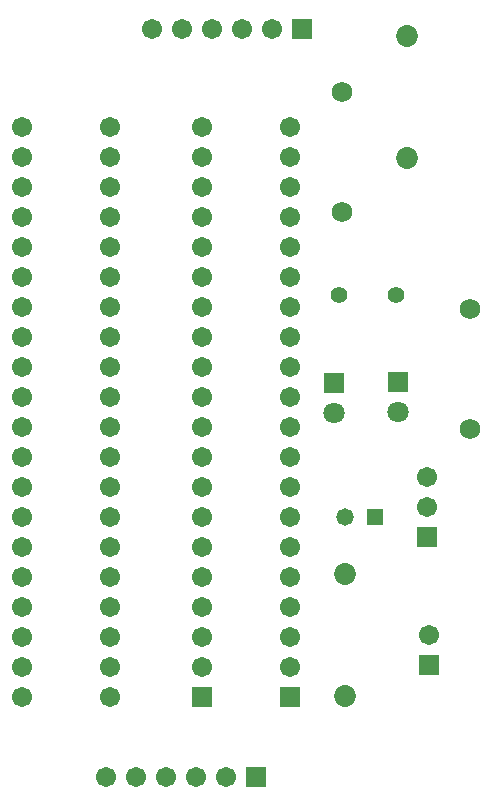
<source format=gbs>
G04 DipTrace 2.3.1.0*
%INLA30KBD.GBS*%
%MOMM*%
%ADD31C,1.727*%
%ADD33C,1.727*%
%ADD35C,1.803*%
%ADD37R,1.803X1.803*%
%ADD39R,1.473X1.473*%
%ADD41C,1.473*%
%ADD43C,1.853*%
%ADD45C,1.422*%
%ADD47C,1.703*%
%ADD49R,1.703X1.703*%
%FSLAX53Y53*%
G04*
G71*
G90*
G75*
G01*
%LNBotMask*%
%LPD*%
D49*
X27000Y29751D3*
X31598Y22970D3*
D47*
X29058D3*
X26518D3*
X23978D3*
X21438D3*
X18898D3*
D49*
X35518Y86296D3*
D47*
X32978D3*
X30438D3*
X27898D3*
X25358D3*
X22818D3*
D49*
X46234Y32450D3*
D47*
Y34990D3*
D49*
X46088Y43259D3*
D47*
Y45799D3*
Y48339D3*
D45*
X43468Y63719D3*
X38642D3*
D43*
X44339Y75375D3*
Y85725D3*
X39087Y29795D3*
Y40145D3*
D41*
X39163Y44921D3*
D39*
X41703D3*
D37*
X43635Y56358D3*
D35*
Y53818D3*
D37*
X38224Y56285D3*
D35*
Y53745D3*
D33*
X49708Y52383D3*
D31*
Y62543D3*
D33*
X38893Y80932D3*
D31*
Y70772D3*
D49*
X34452Y29750D3*
D47*
Y32290D3*
Y34830D3*
Y37370D3*
Y39910D3*
Y42450D3*
Y44990D3*
Y47530D3*
Y50070D3*
Y52610D3*
Y55150D3*
Y57690D3*
Y60230D3*
Y62770D3*
Y65310D3*
Y67850D3*
Y70390D3*
Y72930D3*
Y75470D3*
Y78010D3*
X19212D3*
Y75470D3*
Y72930D3*
Y70390D3*
Y67850D3*
Y65310D3*
Y62770D3*
Y60230D3*
Y57690D3*
Y55150D3*
Y52610D3*
Y50070D3*
Y47530D3*
Y44990D3*
Y42450D3*
Y39910D3*
Y37370D3*
Y34830D3*
Y32290D3*
Y29750D3*
X27000Y32291D3*
Y34831D3*
Y37371D3*
Y39911D3*
Y42451D3*
Y44991D3*
Y47531D3*
Y50071D3*
Y52611D3*
Y55151D3*
Y57691D3*
Y60231D3*
Y62771D3*
Y65311D3*
Y67851D3*
Y70391D3*
Y72931D3*
Y75471D3*
Y78011D3*
X11760D3*
Y75471D3*
Y72931D3*
Y70391D3*
Y67851D3*
Y65311D3*
Y62771D3*
Y60231D3*
Y57691D3*
Y55151D3*
Y52611D3*
Y50071D3*
Y47531D3*
Y44991D3*
Y42451D3*
Y39911D3*
Y37371D3*
Y34831D3*
Y32291D3*
Y29751D3*
M02*

</source>
